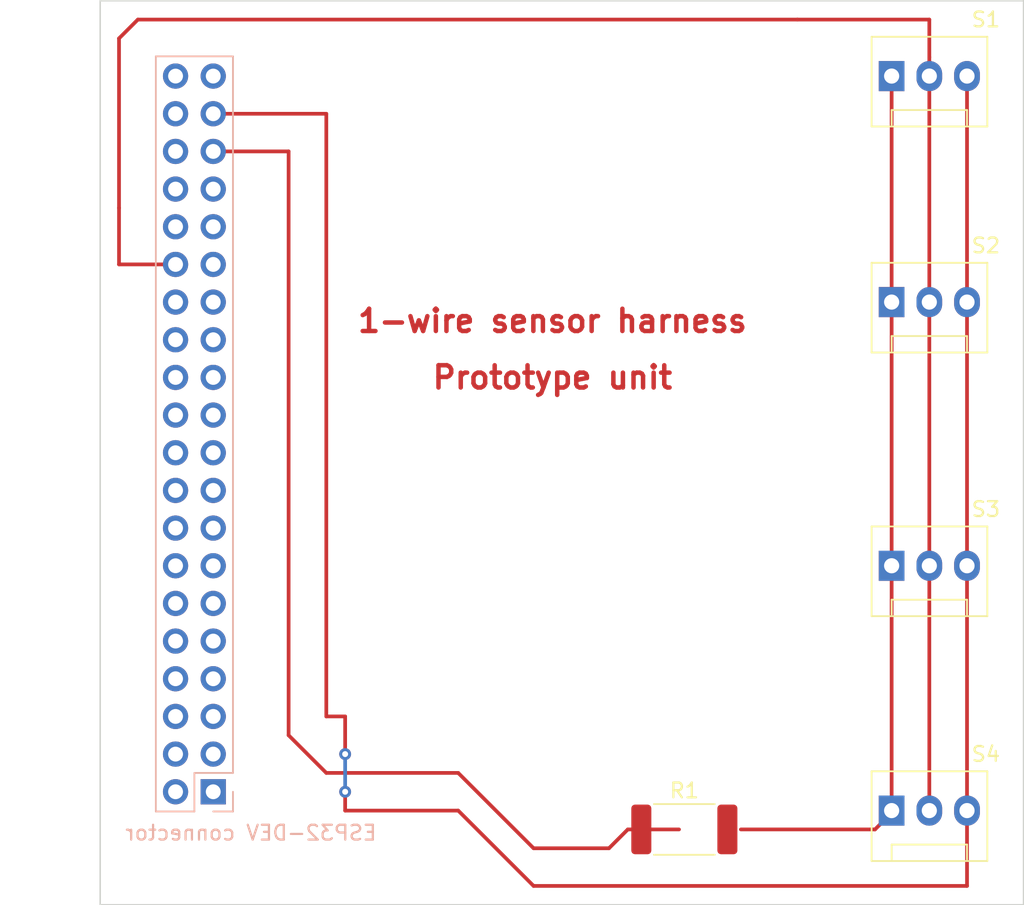
<source format=kicad_pcb>
(kicad_pcb (version 20171130) (host pcbnew "(5.1.2)-1")

  (general
    (thickness 1.6)
    (drawings 6)
    (tracks 38)
    (zones 0)
    (modules 6)
    (nets 1)
  )

  (page A4)
  (layers
    (0 F.Cu signal)
    (31 B.Cu signal)
    (32 B.Adhes user)
    (33 F.Adhes user)
    (34 B.Paste user)
    (35 F.Paste user)
    (36 B.SilkS user)
    (37 F.SilkS user)
    (38 B.Mask user)
    (39 F.Mask user)
    (40 Dwgs.User user)
    (41 Cmts.User user)
    (42 Eco1.User user)
    (43 Eco2.User user)
    (44 Edge.Cuts user)
    (45 Margin user)
    (46 B.CrtYd user)
    (47 F.CrtYd user)
    (48 B.Fab user)
    (49 F.Fab user hide)
  )

  (setup
    (last_trace_width 0.25)
    (trace_clearance 0.2)
    (zone_clearance 0.508)
    (zone_45_only no)
    (trace_min 0.2)
    (via_size 0.8)
    (via_drill 0.4)
    (via_min_size 0.4)
    (via_min_drill 0.3)
    (uvia_size 0.3)
    (uvia_drill 0.1)
    (uvias_allowed no)
    (uvia_min_size 0.2)
    (uvia_min_drill 0.1)
    (edge_width 0.05)
    (segment_width 0.2)
    (pcb_text_width 0.3)
    (pcb_text_size 1.5 1.5)
    (mod_edge_width 0.12)
    (mod_text_size 1 1)
    (mod_text_width 0.15)
    (pad_size 1.524 1.524)
    (pad_drill 0.762)
    (pad_to_mask_clearance 0.051)
    (solder_mask_min_width 0.25)
    (aux_axis_origin 0 0)
    (visible_elements 7FFFFFFF)
    (pcbplotparams
      (layerselection 0x010fc_ffffffff)
      (usegerberextensions false)
      (usegerberattributes false)
      (usegerberadvancedattributes false)
      (creategerberjobfile false)
      (excludeedgelayer true)
      (linewidth 0.100000)
      (plotframeref false)
      (viasonmask false)
      (mode 1)
      (useauxorigin false)
      (hpglpennumber 1)
      (hpglpenspeed 20)
      (hpglpendiameter 15.000000)
      (psnegative false)
      (psa4output false)
      (plotreference true)
      (plotvalue true)
      (plotinvisibletext false)
      (padsonsilk false)
      (subtractmaskfromsilk false)
      (outputformat 1)
      (mirror false)
      (drillshape 1)
      (scaleselection 1)
      (outputdirectory ""))
  )

  (net 0 "")

  (net_class Default "This is the default net class."
    (clearance 0.2)
    (trace_width 0.25)
    (via_dia 0.8)
    (via_drill 0.4)
    (uvia_dia 0.3)
    (uvia_drill 0.1)
  )

  (module Resistor_SMD:R_2512_6332Metric (layer F.Cu) (tedit 5B301BBD) (tstamp 5CE55D18)
    (at 116.84 115.57)
    (descr "Resistor SMD 2512 (6332 Metric), square (rectangular) end terminal, IPC_7351 nominal, (Body size source: http://www.tortai-tech.com/upload/download/2011102023233369053.pdf), generated with kicad-footprint-generator")
    (tags resistor)
    (attr smd)
    (fp_text reference R1 (at 0 -2.62) (layer F.SilkS)
      (effects (font (size 1 1) (thickness 0.15)))
    )
    (fp_text value R_2512_6332Metric (at 0 2.62) (layer F.Fab)
      (effects (font (size 1 1) (thickness 0.15)))
    )
    (fp_text user %R (at 0 0) (layer F.Fab)
      (effects (font (size 1 1) (thickness 0.15)))
    )
    (fp_line (start 3.82 1.92) (end -3.82 1.92) (layer F.CrtYd) (width 0.05))
    (fp_line (start 3.82 -1.92) (end 3.82 1.92) (layer F.CrtYd) (width 0.05))
    (fp_line (start -3.82 -1.92) (end 3.82 -1.92) (layer F.CrtYd) (width 0.05))
    (fp_line (start -3.82 1.92) (end -3.82 -1.92) (layer F.CrtYd) (width 0.05))
    (fp_line (start -2.052064 1.71) (end 2.052064 1.71) (layer F.SilkS) (width 0.12))
    (fp_line (start -2.052064 -1.71) (end 2.052064 -1.71) (layer F.SilkS) (width 0.12))
    (fp_line (start 3.15 1.6) (end -3.15 1.6) (layer F.Fab) (width 0.1))
    (fp_line (start 3.15 -1.6) (end 3.15 1.6) (layer F.Fab) (width 0.1))
    (fp_line (start -3.15 -1.6) (end 3.15 -1.6) (layer F.Fab) (width 0.1))
    (fp_line (start -3.15 1.6) (end -3.15 -1.6) (layer F.Fab) (width 0.1))
    (pad 2 smd roundrect (at 2.9 0) (size 1.35 3.35) (layers F.Cu F.Paste F.Mask) (roundrect_rratio 0.185185))
    (pad 1 smd roundrect (at -2.9 0) (size 1.35 3.35) (layers F.Cu F.Paste F.Mask) (roundrect_rratio 0.185185))
    (model ${KISYS3DMOD}/Resistor_SMD.3dshapes/R_2512_6332Metric.wrl
      (at (xyz 0 0 0))
      (scale (xyz 1 1 1))
      (rotate (xyz 0 0 0))
    )
  )

  (module Connector:FanPinHeader_1x03_P2.54mm_Vertical (layer F.Cu) (tedit 5A19DCDF) (tstamp 5CE5A7CE)
    (at 130.81 64.77)
    (descr "3-pin CPU fan Through hole pin header, see http://www.formfactors.org/developer%5Cspecs%5Crev1_2_public.pdf")
    (tags "pin header 3-pin CPU fan")
    (fp_text reference S1 (at 6.35 -3.81) (layer F.SilkS)
      (effects (font (size 1 1) (thickness 0.15)))
    )
    (fp_text value FanPinHeader_1x03_P2.54mm_Vertical (at 2.55 4.5) (layer F.Fab)
      (effects (font (size 1 1) (thickness 0.15)))
    )
    (fp_line (start 6.85 -3.05) (end 6.85 3.8) (layer F.CrtYd) (width 0.05))
    (fp_line (start 6.85 -3.05) (end -1.75 -3.05) (layer F.CrtYd) (width 0.05))
    (fp_line (start -1.75 3.8) (end 6.85 3.8) (layer F.CrtYd) (width 0.05))
    (fp_line (start -1.75 3.8) (end -1.75 -3.05) (layer F.CrtYd) (width 0.05))
    (fp_line (start 5.08 2.29) (end 5.08 3.3) (layer F.SilkS) (width 0.12))
    (fp_line (start 0 2.29) (end 5.08 2.29) (layer F.SilkS) (width 0.12))
    (fp_line (start 0 3.3) (end 0 2.29) (layer F.SilkS) (width 0.12))
    (fp_line (start 6.35 3.3) (end -1.25 3.3) (layer F.Fab) (width 0.1))
    (fp_line (start 6.35 -2.55) (end 6.35 3.3) (layer F.Fab) (width 0.1))
    (fp_line (start -1.25 -2.55) (end 6.35 -2.55) (layer F.Fab) (width 0.1))
    (fp_line (start -1.25 3.3) (end -1.25 -2.55) (layer F.Fab) (width 0.1))
    (fp_line (start 0 2.3) (end 0 3.3) (layer F.Fab) (width 0.1))
    (fp_line (start 5.05 2.3) (end 0 2.3) (layer F.Fab) (width 0.1))
    (fp_line (start 5.05 3.3) (end 5.05 2.3) (layer F.Fab) (width 0.1))
    (fp_line (start 6.45 3.4) (end -1.35 3.4) (layer F.SilkS) (width 0.12))
    (fp_line (start 6.45 -2.65) (end 6.45 3.4) (layer F.SilkS) (width 0.12))
    (fp_line (start -1.35 -2.65) (end 6.45 -2.65) (layer F.SilkS) (width 0.12))
    (fp_line (start -1.35 3.4) (end -1.35 -2.65) (layer F.SilkS) (width 0.12))
    (fp_text user %R (at 2.45 1.8) (layer F.Fab)
      (effects (font (size 1 1) (thickness 0.15)))
    )
    (pad 3 thru_hole oval (at 5.08 0 90) (size 2.03 1.73) (drill 1.02) (layers *.Cu *.Mask))
    (pad 2 thru_hole oval (at 2.54 0 90) (size 2.03 1.73) (drill 1.02) (layers *.Cu *.Mask))
    (pad 1 thru_hole rect (at 0 0 90) (size 2.03 1.73) (drill 1.02) (layers *.Cu *.Mask))
    (model ${KISYS3DMOD}/Connector.3dshapes/FanPinHeader_1x03_P2.54mm_Vertical.wrl
      (at (xyz 0 0 0))
      (scale (xyz 1 1 1))
      (rotate (xyz 0 0 0))
    )
  )

  (module Connector:FanPinHeader_1x03_P2.54mm_Vertical (layer F.Cu) (tedit 5A19DCDF) (tstamp 5CE5A769)
    (at 130.81 80.01)
    (descr "3-pin CPU fan Through hole pin header, see http://www.formfactors.org/developer%5Cspecs%5Crev1_2_public.pdf")
    (tags "pin header 3-pin CPU fan")
    (fp_text reference S2 (at 6.35 -3.81) (layer F.SilkS)
      (effects (font (size 1 1) (thickness 0.15)))
    )
    (fp_text value FanPinHeader_1x03_P2.54mm_Vertical (at 2.55 4.5) (layer F.Fab)
      (effects (font (size 1 1) (thickness 0.15)))
    )
    (fp_line (start 6.85 -3.05) (end 6.85 3.8) (layer F.CrtYd) (width 0.05))
    (fp_line (start 6.85 -3.05) (end -1.75 -3.05) (layer F.CrtYd) (width 0.05))
    (fp_line (start -1.75 3.8) (end 6.85 3.8) (layer F.CrtYd) (width 0.05))
    (fp_line (start -1.75 3.8) (end -1.75 -3.05) (layer F.CrtYd) (width 0.05))
    (fp_line (start 5.08 2.29) (end 5.08 3.3) (layer F.SilkS) (width 0.12))
    (fp_line (start 0 2.29) (end 5.08 2.29) (layer F.SilkS) (width 0.12))
    (fp_line (start 0 3.3) (end 0 2.29) (layer F.SilkS) (width 0.12))
    (fp_line (start 6.35 3.3) (end -1.25 3.3) (layer F.Fab) (width 0.1))
    (fp_line (start 6.35 -2.55) (end 6.35 3.3) (layer F.Fab) (width 0.1))
    (fp_line (start -1.25 -2.55) (end 6.35 -2.55) (layer F.Fab) (width 0.1))
    (fp_line (start -1.25 3.3) (end -1.25 -2.55) (layer F.Fab) (width 0.1))
    (fp_line (start 0 2.3) (end 0 3.3) (layer F.Fab) (width 0.1))
    (fp_line (start 5.05 2.3) (end 0 2.3) (layer F.Fab) (width 0.1))
    (fp_line (start 5.05 3.3) (end 5.05 2.3) (layer F.Fab) (width 0.1))
    (fp_line (start 6.45 3.4) (end -1.35 3.4) (layer F.SilkS) (width 0.12))
    (fp_line (start 6.45 -2.65) (end 6.45 3.4) (layer F.SilkS) (width 0.12))
    (fp_line (start -1.35 -2.65) (end 6.45 -2.65) (layer F.SilkS) (width 0.12))
    (fp_line (start -1.35 3.4) (end -1.35 -2.65) (layer F.SilkS) (width 0.12))
    (fp_text user %R (at 2.45 1.8) (layer F.Fab)
      (effects (font (size 1 1) (thickness 0.15)))
    )
    (pad 3 thru_hole oval (at 5.08 0 90) (size 2.03 1.73) (drill 1.02) (layers *.Cu *.Mask))
    (pad 2 thru_hole oval (at 2.54 0 90) (size 2.03 1.73) (drill 1.02) (layers *.Cu *.Mask))
    (pad 1 thru_hole rect (at 0 0 90) (size 2.03 1.73) (drill 1.02) (layers *.Cu *.Mask))
    (model ${KISYS3DMOD}/Connector.3dshapes/FanPinHeader_1x03_P2.54mm_Vertical.wrl
      (at (xyz 0 0 0))
      (scale (xyz 1 1 1))
      (rotate (xyz 0 0 0))
    )
  )

  (module Connector:FanPinHeader_1x03_P2.54mm_Vertical (layer F.Cu) (tedit 5A19DCDF) (tstamp 5CE5A704)
    (at 130.81 97.79)
    (descr "3-pin CPU fan Through hole pin header, see http://www.formfactors.org/developer%5Cspecs%5Crev1_2_public.pdf")
    (tags "pin header 3-pin CPU fan")
    (fp_text reference S3 (at 6.35 -3.81) (layer F.SilkS)
      (effects (font (size 1 1) (thickness 0.15)))
    )
    (fp_text value FanPinHeader_1x03_P2.54mm_Vertical (at 2.55 4.5) (layer F.Fab)
      (effects (font (size 1 1) (thickness 0.15)))
    )
    (fp_line (start 6.85 -3.05) (end 6.85 3.8) (layer F.CrtYd) (width 0.05))
    (fp_line (start 6.85 -3.05) (end -1.75 -3.05) (layer F.CrtYd) (width 0.05))
    (fp_line (start -1.75 3.8) (end 6.85 3.8) (layer F.CrtYd) (width 0.05))
    (fp_line (start -1.75 3.8) (end -1.75 -3.05) (layer F.CrtYd) (width 0.05))
    (fp_line (start 5.08 2.29) (end 5.08 3.3) (layer F.SilkS) (width 0.12))
    (fp_line (start 0 2.29) (end 5.08 2.29) (layer F.SilkS) (width 0.12))
    (fp_line (start 0 3.3) (end 0 2.29) (layer F.SilkS) (width 0.12))
    (fp_line (start 6.35 3.3) (end -1.25 3.3) (layer F.Fab) (width 0.1))
    (fp_line (start 6.35 -2.55) (end 6.35 3.3) (layer F.Fab) (width 0.1))
    (fp_line (start -1.25 -2.55) (end 6.35 -2.55) (layer F.Fab) (width 0.1))
    (fp_line (start -1.25 3.3) (end -1.25 -2.55) (layer F.Fab) (width 0.1))
    (fp_line (start 0 2.3) (end 0 3.3) (layer F.Fab) (width 0.1))
    (fp_line (start 5.05 2.3) (end 0 2.3) (layer F.Fab) (width 0.1))
    (fp_line (start 5.05 3.3) (end 5.05 2.3) (layer F.Fab) (width 0.1))
    (fp_line (start 6.45 3.4) (end -1.35 3.4) (layer F.SilkS) (width 0.12))
    (fp_line (start 6.45 -2.65) (end 6.45 3.4) (layer F.SilkS) (width 0.12))
    (fp_line (start -1.35 -2.65) (end 6.45 -2.65) (layer F.SilkS) (width 0.12))
    (fp_line (start -1.35 3.4) (end -1.35 -2.65) (layer F.SilkS) (width 0.12))
    (fp_text user %R (at 2.45 1.8) (layer F.Fab)
      (effects (font (size 1 1) (thickness 0.15)))
    )
    (pad 3 thru_hole oval (at 5.08 0 90) (size 2.03 1.73) (drill 1.02) (layers *.Cu *.Mask))
    (pad 2 thru_hole oval (at 2.54 0 90) (size 2.03 1.73) (drill 1.02) (layers *.Cu *.Mask))
    (pad 1 thru_hole rect (at 0 0 90) (size 2.03 1.73) (drill 1.02) (layers *.Cu *.Mask))
    (model ${KISYS3DMOD}/Connector.3dshapes/FanPinHeader_1x03_P2.54mm_Vertical.wrl
      (at (xyz 0 0 0))
      (scale (xyz 1 1 1))
      (rotate (xyz 0 0 0))
    )
  )

  (module Connector:FanPinHeader_1x03_P2.54mm_Vertical (layer F.Cu) (tedit 5A19DCDF) (tstamp 5CE5A69F)
    (at 130.81 114.3)
    (descr "3-pin CPU fan Through hole pin header, see http://www.formfactors.org/developer%5Cspecs%5Crev1_2_public.pdf")
    (tags "pin header 3-pin CPU fan")
    (fp_text reference S4 (at 6.35 -3.81) (layer F.SilkS)
      (effects (font (size 1 1) (thickness 0.15)))
    )
    (fp_text value FanPinHeader_1x03_P2.54mm_Vertical (at 2.55 4.5) (layer F.Fab)
      (effects (font (size 1 1) (thickness 0.15)))
    )
    (fp_line (start 6.85 -3.05) (end 6.85 3.8) (layer F.CrtYd) (width 0.05))
    (fp_line (start 6.85 -3.05) (end -1.75 -3.05) (layer F.CrtYd) (width 0.05))
    (fp_line (start -1.75 3.8) (end 6.85 3.8) (layer F.CrtYd) (width 0.05))
    (fp_line (start -1.75 3.8) (end -1.75 -3.05) (layer F.CrtYd) (width 0.05))
    (fp_line (start 5.08 2.29) (end 5.08 3.3) (layer F.SilkS) (width 0.12))
    (fp_line (start 0 2.29) (end 5.08 2.29) (layer F.SilkS) (width 0.12))
    (fp_line (start 0 3.3) (end 0 2.29) (layer F.SilkS) (width 0.12))
    (fp_line (start 6.35 3.3) (end -1.25 3.3) (layer F.Fab) (width 0.1))
    (fp_line (start 6.35 -2.55) (end 6.35 3.3) (layer F.Fab) (width 0.1))
    (fp_line (start -1.25 -2.55) (end 6.35 -2.55) (layer F.Fab) (width 0.1))
    (fp_line (start -1.25 3.3) (end -1.25 -2.55) (layer F.Fab) (width 0.1))
    (fp_line (start 0 2.3) (end 0 3.3) (layer F.Fab) (width 0.1))
    (fp_line (start 5.05 2.3) (end 0 2.3) (layer F.Fab) (width 0.1))
    (fp_line (start 5.05 3.3) (end 5.05 2.3) (layer F.Fab) (width 0.1))
    (fp_line (start 6.45 3.4) (end -1.35 3.4) (layer F.SilkS) (width 0.12))
    (fp_line (start 6.45 -2.65) (end 6.45 3.4) (layer F.SilkS) (width 0.12))
    (fp_line (start -1.35 -2.65) (end 6.45 -2.65) (layer F.SilkS) (width 0.12))
    (fp_line (start -1.35 3.4) (end -1.35 -2.65) (layer F.SilkS) (width 0.12))
    (fp_text user %R (at 2.45 1.8) (layer F.Fab)
      (effects (font (size 1 1) (thickness 0.15)))
    )
    (pad 3 thru_hole oval (at 5.08 0 90) (size 2.03 1.73) (drill 1.02) (layers *.Cu *.Mask))
    (pad 2 thru_hole oval (at 2.54 0 90) (size 2.03 1.73) (drill 1.02) (layers *.Cu *.Mask))
    (pad 1 thru_hole rect (at 0 0 90) (size 2.03 1.73) (drill 1.02) (layers *.Cu *.Mask))
    (model ${KISYS3DMOD}/Connector.3dshapes/FanPinHeader_1x03_P2.54mm_Vertical.wrl
      (at (xyz 0 0 0))
      (scale (xyz 1 1 1))
      (rotate (xyz 0 0 0))
    )
  )

  (module Connector_PinSocket_2.54mm:PinSocket_2x20_P2.54mm_Vertical (layer B.Cu) (tedit 5A19A433) (tstamp 5CE590F2)
    (at 85.09 113.03)
    (descr "Through hole straight socket strip, 2x20, 2.54mm pitch, double cols (from Kicad 4.0.7), script generated")
    (tags "Through hole socket strip THT 2x20 2.54mm double row")
    (fp_text reference "ESP32-DEV connector" (at 2.54 2.77) (layer B.SilkS)
      (effects (font (size 1 1) (thickness 0.15)) (justify mirror))
    )
    (fp_text value PinSocket_2x20_P2.54mm_Vertical (at -1.27 -50.8) (layer B.Fab)
      (effects (font (size 1 1) (thickness 0.15)) (justify mirror))
    )
    (fp_text user %R (at -1.27 -24.13 -90) (layer B.Fab)
      (effects (font (size 1 1) (thickness 0.15)) (justify mirror))
    )
    (fp_line (start -4.34 -50) (end -4.34 1.8) (layer B.CrtYd) (width 0.05))
    (fp_line (start 1.76 -50) (end -4.34 -50) (layer B.CrtYd) (width 0.05))
    (fp_line (start 1.76 1.8) (end 1.76 -50) (layer B.CrtYd) (width 0.05))
    (fp_line (start -4.34 1.8) (end 1.76 1.8) (layer B.CrtYd) (width 0.05))
    (fp_line (start 0 1.33) (end 1.33 1.33) (layer B.SilkS) (width 0.12))
    (fp_line (start 1.33 1.33) (end 1.33 0) (layer B.SilkS) (width 0.12))
    (fp_line (start -1.27 1.33) (end -1.27 -1.27) (layer B.SilkS) (width 0.12))
    (fp_line (start -1.27 -1.27) (end 1.33 -1.27) (layer B.SilkS) (width 0.12))
    (fp_line (start 1.33 -1.27) (end 1.33 -49.59) (layer B.SilkS) (width 0.12))
    (fp_line (start -3.87 -49.59) (end 1.33 -49.59) (layer B.SilkS) (width 0.12))
    (fp_line (start -3.87 1.33) (end -3.87 -49.59) (layer B.SilkS) (width 0.12))
    (fp_line (start -3.87 1.33) (end -1.27 1.33) (layer B.SilkS) (width 0.12))
    (fp_line (start -3.81 -49.53) (end -3.81 1.27) (layer B.Fab) (width 0.1))
    (fp_line (start 1.27 -49.53) (end -3.81 -49.53) (layer B.Fab) (width 0.1))
    (fp_line (start 1.27 0.27) (end 1.27 -49.53) (layer B.Fab) (width 0.1))
    (fp_line (start 0.27 1.27) (end 1.27 0.27) (layer B.Fab) (width 0.1))
    (fp_line (start -3.81 1.27) (end 0.27 1.27) (layer B.Fab) (width 0.1))
    (pad 40 thru_hole oval (at -2.54 -48.26) (size 1.7 1.7) (drill 1) (layers *.Cu *.Mask))
    (pad 39 thru_hole oval (at 0 -48.26) (size 1.7 1.7) (drill 1) (layers *.Cu *.Mask))
    (pad 38 thru_hole oval (at -2.54 -45.72) (size 1.7 1.7) (drill 1) (layers *.Cu *.Mask))
    (pad 37 thru_hole oval (at 0 -45.72) (size 1.7 1.7) (drill 1) (layers *.Cu *.Mask))
    (pad 36 thru_hole oval (at -2.54 -43.18) (size 1.7 1.7) (drill 1) (layers *.Cu *.Mask))
    (pad 35 thru_hole oval (at 0 -43.18) (size 1.7 1.7) (drill 1) (layers *.Cu *.Mask))
    (pad 34 thru_hole oval (at -2.54 -40.64) (size 1.7 1.7) (drill 1) (layers *.Cu *.Mask))
    (pad 33 thru_hole oval (at 0 -40.64) (size 1.7 1.7) (drill 1) (layers *.Cu *.Mask))
    (pad 32 thru_hole oval (at -2.54 -38.1) (size 1.7 1.7) (drill 1) (layers *.Cu *.Mask))
    (pad 31 thru_hole oval (at 0 -38.1) (size 1.7 1.7) (drill 1) (layers *.Cu *.Mask))
    (pad 30 thru_hole oval (at -2.54 -35.56) (size 1.7 1.7) (drill 1) (layers *.Cu *.Mask))
    (pad 29 thru_hole oval (at 0 -35.56) (size 1.7 1.7) (drill 1) (layers *.Cu *.Mask))
    (pad 28 thru_hole oval (at -2.54 -33.02) (size 1.7 1.7) (drill 1) (layers *.Cu *.Mask))
    (pad 27 thru_hole oval (at 0 -33.02) (size 1.7 1.7) (drill 1) (layers *.Cu *.Mask))
    (pad 26 thru_hole oval (at -2.54 -30.48) (size 1.7 1.7) (drill 1) (layers *.Cu *.Mask))
    (pad 25 thru_hole oval (at 0 -30.48) (size 1.7 1.7) (drill 1) (layers *.Cu *.Mask))
    (pad 24 thru_hole oval (at -2.54 -27.94) (size 1.7 1.7) (drill 1) (layers *.Cu *.Mask))
    (pad 23 thru_hole oval (at 0 -27.94) (size 1.7 1.7) (drill 1) (layers *.Cu *.Mask))
    (pad 22 thru_hole oval (at -2.54 -25.4) (size 1.7 1.7) (drill 1) (layers *.Cu *.Mask))
    (pad 21 thru_hole oval (at 0 -25.4) (size 1.7 1.7) (drill 1) (layers *.Cu *.Mask))
    (pad 20 thru_hole oval (at -2.54 -22.86) (size 1.7 1.7) (drill 1) (layers *.Cu *.Mask))
    (pad 19 thru_hole oval (at 0 -22.86) (size 1.7 1.7) (drill 1) (layers *.Cu *.Mask))
    (pad 18 thru_hole oval (at -2.54 -20.32) (size 1.7 1.7) (drill 1) (layers *.Cu *.Mask))
    (pad 17 thru_hole oval (at 0 -20.32) (size 1.7 1.7) (drill 1) (layers *.Cu *.Mask))
    (pad 16 thru_hole oval (at -2.54 -17.78) (size 1.7 1.7) (drill 1) (layers *.Cu *.Mask))
    (pad 15 thru_hole oval (at 0 -17.78) (size 1.7 1.7) (drill 1) (layers *.Cu *.Mask))
    (pad 14 thru_hole oval (at -2.54 -15.24) (size 1.7 1.7) (drill 1) (layers *.Cu *.Mask))
    (pad 13 thru_hole oval (at 0 -15.24) (size 1.7 1.7) (drill 1) (layers *.Cu *.Mask))
    (pad 12 thru_hole oval (at -2.54 -12.7) (size 1.7 1.7) (drill 1) (layers *.Cu *.Mask))
    (pad 11 thru_hole oval (at 0 -12.7) (size 1.7 1.7) (drill 1) (layers *.Cu *.Mask))
    (pad 10 thru_hole oval (at -2.54 -10.16) (size 1.7 1.7) (drill 1) (layers *.Cu *.Mask))
    (pad 9 thru_hole oval (at 0 -10.16) (size 1.7 1.7) (drill 1) (layers *.Cu *.Mask))
    (pad 8 thru_hole oval (at -2.54 -7.62) (size 1.7 1.7) (drill 1) (layers *.Cu *.Mask))
    (pad 7 thru_hole oval (at 0 -7.62) (size 1.7 1.7) (drill 1) (layers *.Cu *.Mask))
    (pad 6 thru_hole oval (at -2.54 -5.08) (size 1.7 1.7) (drill 1) (layers *.Cu *.Mask))
    (pad 5 thru_hole oval (at 0 -5.08) (size 1.7 1.7) (drill 1) (layers *.Cu *.Mask))
    (pad 4 thru_hole oval (at -2.54 -2.54) (size 1.7 1.7) (drill 1) (layers *.Cu *.Mask))
    (pad 3 thru_hole oval (at 0 -2.54) (size 1.7 1.7) (drill 1) (layers *.Cu *.Mask))
    (pad 2 thru_hole oval (at -2.54 0) (size 1.7 1.7) (drill 1) (layers *.Cu *.Mask))
    (pad 1 thru_hole rect (at 0 0) (size 1.7 1.7) (drill 1) (layers *.Cu *.Mask))
    (model ${KISYS3DMOD}/Connector_PinSocket_2.54mm.3dshapes/PinSocket_2x20_P2.54mm_Vertical.wrl
      (at (xyz 0 0 0))
      (scale (xyz 1 1 1))
      (rotate (xyz 0 0 0))
    )
  )

  (gr_text "Prototype unit\n" (at 107.95 85.09) (layer F.Cu)
    (effects (font (size 1.5 1.5) (thickness 0.3)))
  )
  (gr_text "1-wire sensor harness" (at 107.95 81.28) (layer F.Cu)
    (effects (font (size 1.5 1.5) (thickness 0.3)))
  )
  (gr_line (start 139.7 59.69) (end 77.47 59.69) (layer Edge.Cuts) (width 0.1))
  (gr_line (start 139.7 120.65) (end 139.7 59.69) (layer Edge.Cuts) (width 0.1))
  (gr_line (start 77.47 120.65) (end 139.7 120.65) (layer Edge.Cuts) (width 0.1))
  (gr_line (start 77.47 59.69) (end 77.47 120.65) (layer Edge.Cuts) (width 0.1))

  (segment (start 106.68 116.84) (end 111.76 116.84) (width 0.25) (layer F.Cu) (net 0))
  (segment (start 130.81 114.3) (end 130.81 97.79) (width 0.25) (layer F.Cu) (net 0))
  (segment (start 130.81 97.79) (end 130.81 80.01) (width 0.25) (layer F.Cu) (net 0))
  (segment (start 113.03 115.57) (end 111.76 116.84) (width 0.25) (layer F.Cu) (net 0))
  (segment (start 116.48 115.57) (end 113.03 115.57) (width 0.25) (layer F.Cu) (net 0))
  (segment (start 129.69 115.57) (end 130.81 114.45) (width 0.25) (layer F.Cu) (net 0))
  (segment (start 120.65 115.57) (end 129.69 115.57) (width 0.25) (layer F.Cu) (net 0))
  (segment (start 92.71 111.76) (end 101.6 111.76) (width 0.25) (layer F.Cu) (net 0))
  (segment (start 101.6 111.76) (end 106.68 116.84) (width 0.25) (layer F.Cu) (net 0))
  (segment (start 101.6 114.3) (end 106.68 119.38) (width 0.25) (layer F.Cu) (net 0))
  (segment (start 106.68 119.38) (end 135.89 119.38) (width 0.25) (layer F.Cu) (net 0))
  (segment (start 135.89 119.38) (end 135.89 114.3) (width 0.25) (layer F.Cu) (net 0))
  (segment (start 135.89 114.3) (end 135.89 97.79) (width 0.25) (layer F.Cu) (net 0))
  (segment (start 135.89 97.79) (end 135.89 80.01) (width 0.25) (layer F.Cu) (net 0))
  (segment (start 124.46 60.96) (end 133.35 60.96) (width 0.25) (layer F.Cu) (net 0))
  (segment (start 133.35 60.96) (end 133.35 63.5) (width 0.25) (layer F.Cu) (net 0))
  (segment (start 133.35 63.5) (end 133.35 80.01) (width 0.25) (layer F.Cu) (net 0))
  (segment (start 133.35 80.01) (end 133.35 97.79) (width 0.25) (layer F.Cu) (net 0))
  (segment (start 133.35 97.79) (end 133.35 114.3) (width 0.25) (layer F.Cu) (net 0))
  (segment (start 124.46 60.96) (end 80.01 60.96) (width 0.25) (layer F.Cu) (net 0))
  (segment (start 80.01 60.96) (end 78.74 62.23) (width 0.25) (layer F.Cu) (net 0))
  (segment (start 78.74 62.23) (end 78.74 73.66) (width 0.25) (layer F.Cu) (net 0))
  (segment (start 78.74 73.66) (end 78.74 77.47) (width 0.25) (layer F.Cu) (net 0))
  (segment (start 78.74 77.47) (end 82.55 77.47) (width 0.25) (layer F.Cu) (net 0))
  (segment (start 85.09 69.85) (end 90.17 69.85) (width 0.25) (layer F.Cu) (net 0))
  (segment (start 90.17 69.85) (end 90.17 109.22) (width 0.25) (layer F.Cu) (net 0))
  (segment (start 90.17 109.22) (end 92.71 111.76) (width 0.25) (layer F.Cu) (net 0))
  (segment (start 85.09 67.31) (end 92.71 67.31) (width 0.25) (layer F.Cu) (net 0))
  (segment (start 92.71 67.31) (end 92.71 107.95) (width 0.25) (layer F.Cu) (net 0))
  (segment (start 92.71 107.95) (end 93.98 107.95) (width 0.25) (layer F.Cu) (net 0))
  (segment (start 93.98 107.95) (end 93.98 110.49) (width 0.25) (layer F.Cu) (net 0))
  (via (at 93.98 110.49) (size 0.8) (drill 0.4) (layers F.Cu B.Cu) (net 0))
  (segment (start 93.98 114.3) (end 93.98 113.03) (width 0.25) (layer F.Cu) (net 0))
  (via (at 93.98 113.03) (size 0.8) (drill 0.4) (layers F.Cu B.Cu) (net 0))
  (segment (start 93.98 114.3) (end 101.6 114.3) (width 0.25) (layer F.Cu) (net 0))
  (segment (start 93.98 110.49) (end 93.98 113.03) (width 0.25) (layer B.Cu) (net 0))
  (segment (start 130.81 80.01) (end 130.81 64.77) (width 0.25) (layer F.Cu) (net 0))
  (segment (start 135.89 64.77) (end 135.89 80.01) (width 0.25) (layer F.Cu) (net 0))

)

</source>
